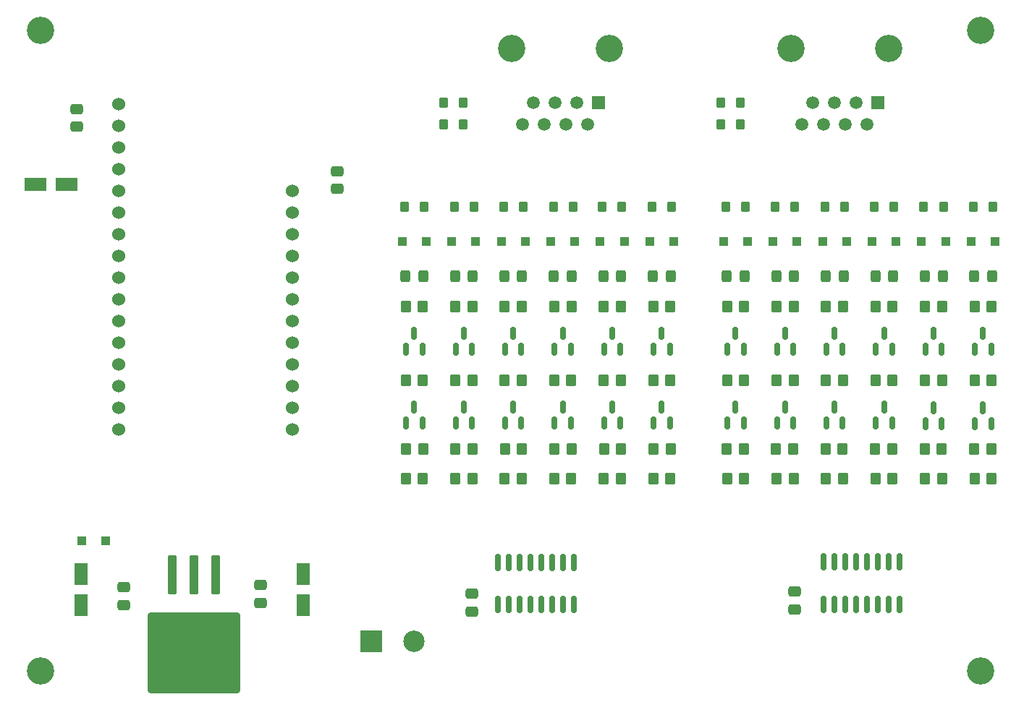
<source format=gbr>
%TF.GenerationSoftware,KiCad,Pcbnew,7.0.10*%
%TF.CreationDate,2024-03-07T20:10:10-06:00*%
%TF.ProjectId,Coax Switch Controller,436f6178-2053-4776-9974-636820436f6e,1.0*%
%TF.SameCoordinates,Original*%
%TF.FileFunction,Soldermask,Top*%
%TF.FilePolarity,Negative*%
%FSLAX46Y46*%
G04 Gerber Fmt 4.6, Leading zero omitted, Abs format (unit mm)*
G04 Created by KiCad (PCBNEW 7.0.10) date 2024-03-07 20:10:10*
%MOMM*%
%LPD*%
G01*
G04 APERTURE LIST*
G04 Aperture macros list*
%AMRoundRect*
0 Rectangle with rounded corners*
0 $1 Rounding radius*
0 $2 $3 $4 $5 $6 $7 $8 $9 X,Y pos of 4 corners*
0 Add a 4 corners polygon primitive as box body*
4,1,4,$2,$3,$4,$5,$6,$7,$8,$9,$2,$3,0*
0 Add four circle primitives for the rounded corners*
1,1,$1+$1,$2,$3*
1,1,$1+$1,$4,$5*
1,1,$1+$1,$6,$7*
1,1,$1+$1,$8,$9*
0 Add four rect primitives between the rounded corners*
20,1,$1+$1,$2,$3,$4,$5,0*
20,1,$1+$1,$4,$5,$6,$7,0*
20,1,$1+$1,$6,$7,$8,$9,0*
20,1,$1+$1,$8,$9,$2,$3,0*%
G04 Aperture macros list end*
%ADD10R,2.500000X2.500000*%
%ADD11C,2.500000*%
%ADD12RoundRect,0.250000X-0.475000X0.337500X-0.475000X-0.337500X0.475000X-0.337500X0.475000X0.337500X0*%
%ADD13RoundRect,0.250000X0.475000X-0.337500X0.475000X0.337500X-0.475000X0.337500X-0.475000X-0.337500X0*%
%ADD14RoundRect,0.250000X-0.550000X1.050000X-0.550000X-1.050000X0.550000X-1.050000X0.550000X1.050000X0*%
%ADD15RoundRect,0.250000X-0.300000X-0.300000X0.300000X-0.300000X0.300000X0.300000X-0.300000X0.300000X0*%
%ADD16RoundRect,0.250000X0.325000X0.450000X-0.325000X0.450000X-0.325000X-0.450000X0.325000X-0.450000X0*%
%ADD17RoundRect,0.250000X-0.300000X2.050000X-0.300000X-2.050000X0.300000X-2.050000X0.300000X2.050000X0*%
%ADD18RoundRect,0.250002X-5.149998X4.449998X-5.149998X-4.449998X5.149998X-4.449998X5.149998X4.449998X0*%
%ADD19RoundRect,0.250000X0.350000X0.450000X-0.350000X0.450000X-0.350000X-0.450000X0.350000X-0.450000X0*%
%ADD20RoundRect,0.250000X-0.350000X-0.450000X0.350000X-0.450000X0.350000X0.450000X-0.350000X0.450000X0*%
%ADD21RoundRect,0.250000X-0.275000X-0.350000X0.275000X-0.350000X0.275000X0.350000X-0.275000X0.350000X0*%
%ADD22RoundRect,0.150000X0.150000X-0.587500X0.150000X0.587500X-0.150000X0.587500X-0.150000X-0.587500X0*%
%ADD23C,3.200000*%
%ADD24C,1.524000*%
%ADD25RoundRect,0.250000X1.050000X0.550000X-1.050000X0.550000X-1.050000X-0.550000X1.050000X-0.550000X0*%
%ADD26RoundRect,0.150000X0.150000X-0.825000X0.150000X0.825000X-0.150000X0.825000X-0.150000X-0.825000X0*%
%ADD27R,1.500000X1.500000*%
%ADD28C,1.500000*%
G04 APERTURE END LIST*
D10*
%TO.C,J3*%
X131134000Y-134170000D03*
D11*
X136134000Y-134170000D03*
%TD*%
D12*
%TO.C,C9*%
X142884000Y-128632500D03*
X142884000Y-130707500D03*
%TD*%
%TO.C,C8*%
X180634000Y-128382500D03*
X180634000Y-130457500D03*
%TD*%
%TO.C,C4*%
X118134000Y-127632500D03*
X118134000Y-129707500D03*
%TD*%
D13*
%TO.C,C5*%
X127134000Y-81207500D03*
X127134000Y-79132500D03*
%TD*%
D14*
%TO.C,C3*%
X123134000Y-126370000D03*
X123134000Y-129970000D03*
%TD*%
%TO.C,C1*%
X97134000Y-126370000D03*
X97134000Y-129970000D03*
%TD*%
D15*
%TO.C,D1*%
X201292000Y-87376000D03*
X204092000Y-87376000D03*
%TD*%
%TO.C,D2*%
X198300800Y-87376000D03*
X195500800Y-87376000D03*
%TD*%
%TO.C,D6*%
X172336000Y-87376000D03*
X175136000Y-87376000D03*
%TD*%
%TO.C,D5*%
X178127200Y-87376000D03*
X180927200Y-87376000D03*
%TD*%
%TO.C,D4*%
X183918400Y-87376000D03*
X186718400Y-87376000D03*
%TD*%
%TO.C,D10*%
X146326400Y-87376000D03*
X149126400Y-87376000D03*
%TD*%
D16*
%TO.C,D15*%
X192161600Y-91440000D03*
X190111600Y-91440000D03*
%TD*%
%TO.C,D13*%
X201667000Y-91440000D03*
X203717000Y-91440000D03*
%TD*%
%TO.C,D18*%
X174761000Y-91440000D03*
X172711000Y-91440000D03*
%TD*%
%TO.C,D16*%
X186361400Y-91440000D03*
X184311400Y-91440000D03*
%TD*%
%TO.C,D21*%
X154542600Y-91440000D03*
X152492600Y-91440000D03*
%TD*%
%TO.C,D23*%
X142960200Y-91440000D03*
X140910200Y-91440000D03*
%TD*%
%TO.C,D24*%
X137169000Y-91440000D03*
X135119000Y-91440000D03*
%TD*%
D15*
%TO.C,D25*%
X97234000Y-122420000D03*
X100034000Y-122420000D03*
%TD*%
D17*
%TO.C,U4*%
X112884000Y-126420000D03*
X110344000Y-126420000D03*
D18*
X110344000Y-135570000D03*
D17*
X107804000Y-126420000D03*
%TD*%
D19*
%TO.C,R2*%
X197900800Y-115170000D03*
X195900800Y-115170000D03*
%TD*%
%TO.C,R15*%
X190051600Y-111670000D03*
X192051600Y-111670000D03*
%TD*%
D20*
%TO.C,R35*%
X140935200Y-103632000D03*
X142935200Y-103632000D03*
%TD*%
D19*
%TO.C,R5*%
X180527200Y-115170000D03*
X178527200Y-115170000D03*
%TD*%
D21*
%TO.C,FB2*%
X195750800Y-83312000D03*
X198050800Y-83312000D03*
%TD*%
D16*
%TO.C,D19*%
X166125000Y-91440000D03*
X164075000Y-91440000D03*
%TD*%
D22*
%TO.C,Q11*%
X140985200Y-108633500D03*
X142885200Y-108633500D03*
X141935200Y-106758500D03*
%TD*%
D20*
%TO.C,R29*%
X178527200Y-103632000D03*
X180527200Y-103632000D03*
%TD*%
%TO.C,R41*%
X180527200Y-94996000D03*
X178527200Y-94996000D03*
%TD*%
%TO.C,R33*%
X152517600Y-103632000D03*
X154517600Y-103632000D03*
%TD*%
D21*
%TO.C,FB13*%
X172030000Y-71120000D03*
X174330000Y-71120000D03*
%TD*%
%TO.C,FB11*%
X140836000Y-83312000D03*
X143136000Y-83312000D03*
%TD*%
D22*
%TO.C,Q17*%
X178577200Y-99997500D03*
X180477200Y-99997500D03*
X179527200Y-98122500D03*
%TD*%
%TO.C,Q15*%
X190159600Y-99997500D03*
X192059600Y-99997500D03*
X191109600Y-98122500D03*
%TD*%
D20*
%TO.C,R42*%
X174736000Y-94996000D03*
X172736000Y-94996000D03*
%TD*%
D22*
%TO.C,Q3*%
X190159600Y-108633500D03*
X192059600Y-108633500D03*
X191109600Y-106758500D03*
%TD*%
%TO.C,Q18*%
X172786000Y-99997500D03*
X174686000Y-99997500D03*
X173736000Y-98122500D03*
%TD*%
D19*
%TO.C,R12*%
X135144000Y-115170000D03*
X137144000Y-115170000D03*
%TD*%
D22*
%TO.C,Q13*%
X201742000Y-99997500D03*
X203642000Y-99997500D03*
X202692000Y-98122500D03*
%TD*%
%TO.C,Q9*%
X152567600Y-108633500D03*
X154467600Y-108633500D03*
X153517600Y-106758500D03*
%TD*%
D20*
%TO.C,R26*%
X195900800Y-103632000D03*
X197900800Y-103632000D03*
%TD*%
D19*
%TO.C,R3*%
X192109600Y-115170000D03*
X190109600Y-115170000D03*
%TD*%
D21*
%TO.C,FB15*%
X139566000Y-71120000D03*
X141866000Y-71120000D03*
%TD*%
D15*
%TO.C,D11*%
X140535200Y-87376000D03*
X143335200Y-87376000D03*
%TD*%
D19*
%TO.C,R19*%
X166134000Y-111670000D03*
X164134000Y-111670000D03*
%TD*%
D22*
%TO.C,Q20*%
X158358800Y-99997500D03*
X160258800Y-99997500D03*
X159308800Y-98122500D03*
%TD*%
D15*
%TO.C,D3*%
X189709600Y-87376000D03*
X192509600Y-87376000D03*
%TD*%
D19*
%TO.C,R24*%
X137178000Y-111670000D03*
X135178000Y-111670000D03*
%TD*%
D20*
%TO.C,R44*%
X158321600Y-94996000D03*
X160321600Y-94996000D03*
%TD*%
D16*
%TO.C,D14*%
X197961800Y-91440000D03*
X195911800Y-91440000D03*
%TD*%
D22*
%TO.C,Q19*%
X164150000Y-99997500D03*
X166050000Y-99997500D03*
X165100000Y-98122500D03*
%TD*%
%TO.C,Q4*%
X184368400Y-108633500D03*
X186268400Y-108633500D03*
X185318400Y-106758500D03*
%TD*%
D21*
%TO.C,FB7*%
X163950000Y-83312000D03*
X166250000Y-83312000D03*
%TD*%
D23*
%TO.C,H4*%
X92384000Y-137670000D03*
%TD*%
D22*
%TO.C,Q23*%
X140985200Y-99997500D03*
X142885200Y-99997500D03*
X141935200Y-98122500D03*
%TD*%
%TO.C,Q5*%
X178577200Y-108633500D03*
X180477200Y-108633500D03*
X179527200Y-106758500D03*
%TD*%
D20*
%TO.C,R36*%
X135144000Y-103632000D03*
X137144000Y-103632000D03*
%TD*%
D22*
%TO.C,Q14*%
X195950800Y-99997500D03*
X197850800Y-99997500D03*
X196900800Y-98122500D03*
%TD*%
D20*
%TO.C,R25*%
X201692000Y-103632000D03*
X203692000Y-103632000D03*
%TD*%
%TO.C,R48*%
X135144000Y-94996000D03*
X137144000Y-94996000D03*
%TD*%
D21*
%TO.C,FB8*%
X158108000Y-83312000D03*
X160408000Y-83312000D03*
%TD*%
D22*
%TO.C,Q2*%
X195950800Y-108694500D03*
X197850800Y-108694500D03*
X196900800Y-106819500D03*
%TD*%
D20*
%TO.C,R27*%
X190109600Y-103632000D03*
X192109600Y-103632000D03*
%TD*%
D19*
%TO.C,R1*%
X203692000Y-115170000D03*
X201692000Y-115170000D03*
%TD*%
D21*
%TO.C,FB6*%
X172586000Y-83312000D03*
X174886000Y-83312000D03*
%TD*%
D19*
%TO.C,R11*%
X142935200Y-115170000D03*
X140935200Y-115170000D03*
%TD*%
D21*
%TO.C,FB5*%
X178377200Y-83312000D03*
X180677200Y-83312000D03*
%TD*%
D20*
%TO.C,R32*%
X158308800Y-103632000D03*
X160308800Y-103632000D03*
%TD*%
D23*
%TO.C,H3*%
X202384000Y-137670000D03*
%TD*%
D21*
%TO.C,FB14*%
X172030000Y-73660000D03*
X174330000Y-73660000D03*
%TD*%
D24*
%TO.C,U1*%
X101564500Y-71267000D03*
X101564500Y-73807000D03*
X101564500Y-76347000D03*
X101564500Y-78887000D03*
X101564500Y-81427000D03*
X101564500Y-83967000D03*
X101564500Y-86507000D03*
X101564500Y-89047000D03*
X101564500Y-91587000D03*
X101564500Y-94127000D03*
X101564500Y-96667000D03*
X101564500Y-99207000D03*
X101564500Y-101747000D03*
X101564500Y-104287000D03*
X101564500Y-106827000D03*
X101564500Y-109367000D03*
X121884500Y-109367000D03*
X121884500Y-106827000D03*
X121884500Y-104287000D03*
X121884500Y-101747000D03*
X121884500Y-99207000D03*
X121884500Y-96667000D03*
X121884500Y-94127000D03*
X121884500Y-91587000D03*
X121884500Y-89047000D03*
X121884500Y-86507000D03*
X121884500Y-83967000D03*
X121884500Y-81427000D03*
%TD*%
D20*
%TO.C,R40*%
X184318400Y-94996000D03*
X186318400Y-94996000D03*
%TD*%
D16*
%TO.C,D17*%
X180561200Y-91440000D03*
X178511200Y-91440000D03*
%TD*%
D15*
%TO.C,D9*%
X152117600Y-87376000D03*
X154917600Y-87376000D03*
%TD*%
D20*
%TO.C,R46*%
X146732800Y-94996000D03*
X148732800Y-94996000D03*
%TD*%
%TO.C,R31*%
X164100000Y-103632000D03*
X166100000Y-103632000D03*
%TD*%
D22*
%TO.C,Q1*%
X201742000Y-108712000D03*
X203642000Y-108712000D03*
X202692000Y-106837000D03*
%TD*%
D25*
%TO.C,C6*%
X95434000Y-80670000D03*
X91834000Y-80670000D03*
%TD*%
D15*
%TO.C,D7*%
X163700000Y-87376000D03*
X166500000Y-87376000D03*
%TD*%
D22*
%TO.C,Q6*%
X172786000Y-108633500D03*
X174686000Y-108633500D03*
X173736000Y-106758500D03*
%TD*%
D20*
%TO.C,R30*%
X172736000Y-103632000D03*
X174736000Y-103632000D03*
%TD*%
D21*
%TO.C,FB10*%
X146627200Y-83312000D03*
X148927200Y-83312000D03*
%TD*%
D15*
%TO.C,D12*%
X134744000Y-87376000D03*
X137544000Y-87376000D03*
%TD*%
D19*
%TO.C,R23*%
X142969200Y-111670000D03*
X140969200Y-111670000D03*
%TD*%
D20*
%TO.C,R39*%
X190109600Y-94996000D03*
X192109600Y-94996000D03*
%TD*%
D19*
%TO.C,R8*%
X160308800Y-115170000D03*
X158308800Y-115170000D03*
%TD*%
D22*
%TO.C,Q16*%
X184368400Y-99997500D03*
X186268400Y-99997500D03*
X185318400Y-98122500D03*
%TD*%
D26*
%TO.C,U2*%
X184014000Y-124920000D03*
X185284000Y-124920000D03*
X186554000Y-124920000D03*
X187824000Y-124920000D03*
X189094000Y-124920000D03*
X190364000Y-124920000D03*
X191634000Y-124920000D03*
X192904000Y-124920000D03*
X192904000Y-129870000D03*
X191634000Y-129870000D03*
X190364000Y-129870000D03*
X189094000Y-129870000D03*
X187824000Y-129870000D03*
X186554000Y-129870000D03*
X185284000Y-129870000D03*
X184014000Y-129870000D03*
%TD*%
D16*
%TO.C,D20*%
X160333800Y-91440000D03*
X158283800Y-91440000D03*
%TD*%
D22*
%TO.C,Q22*%
X146776400Y-99997500D03*
X148676400Y-99997500D03*
X147726400Y-98122500D03*
%TD*%
D20*
%TO.C,R47*%
X140938400Y-94996000D03*
X142938400Y-94996000D03*
%TD*%
D22*
%TO.C,Q21*%
X152567600Y-99997500D03*
X154467600Y-99997500D03*
X153517600Y-98122500D03*
%TD*%
D20*
%TO.C,R45*%
X152527200Y-94996000D03*
X154527200Y-94996000D03*
%TD*%
D22*
%TO.C,Q7*%
X164150000Y-108633500D03*
X166050000Y-108633500D03*
X165100000Y-106758500D03*
%TD*%
D19*
%TO.C,R17*%
X178469200Y-111670000D03*
X180469200Y-111670000D03*
%TD*%
D21*
%TO.C,FB12*%
X134994000Y-83312000D03*
X137294000Y-83312000D03*
%TD*%
D19*
%TO.C,R7*%
X166100000Y-115170000D03*
X164100000Y-115170000D03*
%TD*%
D15*
%TO.C,D8*%
X157908800Y-87376000D03*
X160708800Y-87376000D03*
%TD*%
D19*
%TO.C,R22*%
X148760400Y-111670000D03*
X146760400Y-111670000D03*
%TD*%
D20*
%TO.C,R28*%
X184318400Y-103632000D03*
X186318400Y-103632000D03*
%TD*%
D12*
%TO.C,C2*%
X102134000Y-127882500D03*
X102134000Y-129957500D03*
%TD*%
D21*
%TO.C,FB4*%
X184168400Y-83312000D03*
X186468400Y-83312000D03*
%TD*%
D19*
%TO.C,R10*%
X148726400Y-115170000D03*
X146726400Y-115170000D03*
%TD*%
%TO.C,R13*%
X201634000Y-111670000D03*
X203634000Y-111670000D03*
%TD*%
%TO.C,R16*%
X184260400Y-111670000D03*
X186260400Y-111670000D03*
%TD*%
%TO.C,R14*%
X197842800Y-111670000D03*
X195842800Y-111670000D03*
%TD*%
D23*
%TO.C,H2*%
X92384000Y-62670000D03*
%TD*%
D19*
%TO.C,R18*%
X172678000Y-111670000D03*
X174678000Y-111670000D03*
%TD*%
%TO.C,R21*%
X154551600Y-111670000D03*
X152551600Y-111670000D03*
%TD*%
D21*
%TO.C,FB9*%
X152418400Y-83312000D03*
X154718400Y-83312000D03*
%TD*%
D23*
%TO.C,H1*%
X202384000Y-62670000D03*
%TD*%
D19*
%TO.C,R6*%
X174736000Y-115170000D03*
X172736000Y-115170000D03*
%TD*%
%TO.C,R9*%
X154517600Y-115170000D03*
X152517600Y-115170000D03*
%TD*%
D22*
%TO.C,Q12*%
X135194000Y-108633500D03*
X137094000Y-108633500D03*
X136144000Y-106758500D03*
%TD*%
D23*
%TO.C,J2*%
X158968500Y-64790000D03*
X147538500Y-64790000D03*
D27*
X157698500Y-71140000D03*
D28*
X156428500Y-73680000D03*
X155158500Y-71140000D03*
X153888500Y-73680000D03*
X152618500Y-71140000D03*
X151348500Y-73680000D03*
X150078500Y-71140000D03*
X148808500Y-73680000D03*
%TD*%
D20*
%TO.C,R38*%
X195900800Y-94996000D03*
X197900800Y-94996000D03*
%TD*%
D21*
%TO.C,FB16*%
X139566000Y-73660000D03*
X141866000Y-73660000D03*
%TD*%
D19*
%TO.C,R4*%
X186318400Y-115170000D03*
X184318400Y-115170000D03*
%TD*%
D23*
%TO.C,J1*%
X191686500Y-64790000D03*
X180256500Y-64790000D03*
D27*
X190416500Y-71140000D03*
D28*
X189146500Y-73680000D03*
X187876500Y-71140000D03*
X186606500Y-73680000D03*
X185336500Y-71140000D03*
X184066500Y-73680000D03*
X182796500Y-71140000D03*
X181526500Y-73680000D03*
%TD*%
D22*
%TO.C,Q24*%
X135194000Y-99997500D03*
X137094000Y-99997500D03*
X136144000Y-98122500D03*
%TD*%
D20*
%TO.C,R37*%
X203692000Y-94996000D03*
X201692000Y-94996000D03*
%TD*%
D19*
%TO.C,R20*%
X160342800Y-111670000D03*
X158342800Y-111670000D03*
%TD*%
D16*
%TO.C,D22*%
X148751400Y-91440000D03*
X146701400Y-91440000D03*
%TD*%
D22*
%TO.C,Q8*%
X158358800Y-108633500D03*
X160258800Y-108633500D03*
X159308800Y-106758500D03*
%TD*%
D26*
%TO.C,U3*%
X145923000Y-129918000D03*
X147193000Y-129918000D03*
X148463000Y-129918000D03*
X149733000Y-129918000D03*
X151003000Y-129918000D03*
X152273000Y-129918000D03*
X153543000Y-129918000D03*
X154813000Y-129918000D03*
X154813000Y-124968000D03*
X153543000Y-124968000D03*
X152273000Y-124968000D03*
X151003000Y-124968000D03*
X149733000Y-124968000D03*
X148463000Y-124968000D03*
X147193000Y-124968000D03*
X145923000Y-124968000D03*
%TD*%
D21*
%TO.C,FB3*%
X189959600Y-83312000D03*
X192259600Y-83312000D03*
%TD*%
D20*
%TO.C,R43*%
X164116000Y-94996000D03*
X166116000Y-94996000D03*
%TD*%
D22*
%TO.C,Q10*%
X146776400Y-108633500D03*
X148676400Y-108633500D03*
X147726400Y-106758500D03*
%TD*%
D20*
%TO.C,R34*%
X146726400Y-103632000D03*
X148726400Y-103632000D03*
%TD*%
D21*
%TO.C,FB1*%
X201542000Y-83312000D03*
X203842000Y-83312000D03*
%TD*%
D13*
%TO.C,C7*%
X96634000Y-73957500D03*
X96634000Y-71882500D03*
%TD*%
M02*

</source>
